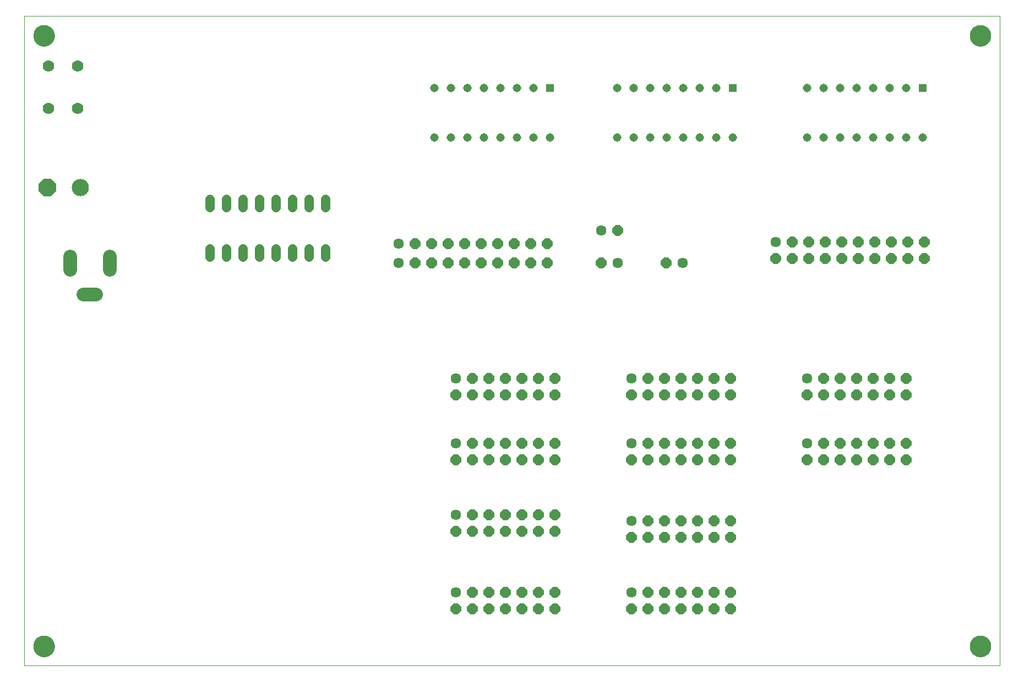
<source format=gbs>
G75*
%MOIN*%
%OFA0B0*%
%FSLAX25Y25*%
%IPPOS*%
%LPD*%
%AMOC8*
5,1,8,0,0,1.08239X$1,22.5*
%
%ADD10C,0.00000*%
%ADD11C,0.12998*%
%ADD12C,0.05600*%
%ADD13R,0.05156X0.05156*%
%ADD14C,0.05156*%
%ADD15C,0.10400*%
%ADD16OC8,0.10400*%
%ADD17C,0.07000*%
%ADD18C,0.08274*%
%ADD19C,0.06337*%
%ADD20OC8,0.06337*%
D10*
X0003630Y0001000D02*
X0003630Y0394701D01*
X0594181Y0394701D01*
X0594181Y0001000D01*
X0003630Y0001000D01*
X0009142Y0012811D02*
X0009144Y0012969D01*
X0009150Y0013127D01*
X0009160Y0013285D01*
X0009174Y0013443D01*
X0009192Y0013600D01*
X0009213Y0013757D01*
X0009239Y0013913D01*
X0009269Y0014069D01*
X0009302Y0014224D01*
X0009340Y0014377D01*
X0009381Y0014530D01*
X0009426Y0014682D01*
X0009475Y0014833D01*
X0009528Y0014982D01*
X0009584Y0015130D01*
X0009644Y0015276D01*
X0009708Y0015421D01*
X0009776Y0015564D01*
X0009847Y0015706D01*
X0009921Y0015846D01*
X0009999Y0015983D01*
X0010081Y0016119D01*
X0010165Y0016253D01*
X0010254Y0016384D01*
X0010345Y0016513D01*
X0010440Y0016640D01*
X0010537Y0016765D01*
X0010638Y0016887D01*
X0010742Y0017006D01*
X0010849Y0017123D01*
X0010959Y0017237D01*
X0011072Y0017348D01*
X0011187Y0017457D01*
X0011305Y0017562D01*
X0011426Y0017664D01*
X0011549Y0017764D01*
X0011675Y0017860D01*
X0011803Y0017953D01*
X0011933Y0018043D01*
X0012066Y0018129D01*
X0012201Y0018213D01*
X0012337Y0018292D01*
X0012476Y0018369D01*
X0012617Y0018441D01*
X0012759Y0018511D01*
X0012903Y0018576D01*
X0013049Y0018638D01*
X0013196Y0018696D01*
X0013345Y0018751D01*
X0013495Y0018802D01*
X0013646Y0018849D01*
X0013798Y0018892D01*
X0013951Y0018931D01*
X0014106Y0018967D01*
X0014261Y0018998D01*
X0014417Y0019026D01*
X0014573Y0019050D01*
X0014730Y0019070D01*
X0014888Y0019086D01*
X0015045Y0019098D01*
X0015204Y0019106D01*
X0015362Y0019110D01*
X0015520Y0019110D01*
X0015678Y0019106D01*
X0015837Y0019098D01*
X0015994Y0019086D01*
X0016152Y0019070D01*
X0016309Y0019050D01*
X0016465Y0019026D01*
X0016621Y0018998D01*
X0016776Y0018967D01*
X0016931Y0018931D01*
X0017084Y0018892D01*
X0017236Y0018849D01*
X0017387Y0018802D01*
X0017537Y0018751D01*
X0017686Y0018696D01*
X0017833Y0018638D01*
X0017979Y0018576D01*
X0018123Y0018511D01*
X0018265Y0018441D01*
X0018406Y0018369D01*
X0018545Y0018292D01*
X0018681Y0018213D01*
X0018816Y0018129D01*
X0018949Y0018043D01*
X0019079Y0017953D01*
X0019207Y0017860D01*
X0019333Y0017764D01*
X0019456Y0017664D01*
X0019577Y0017562D01*
X0019695Y0017457D01*
X0019810Y0017348D01*
X0019923Y0017237D01*
X0020033Y0017123D01*
X0020140Y0017006D01*
X0020244Y0016887D01*
X0020345Y0016765D01*
X0020442Y0016640D01*
X0020537Y0016513D01*
X0020628Y0016384D01*
X0020717Y0016253D01*
X0020801Y0016119D01*
X0020883Y0015983D01*
X0020961Y0015846D01*
X0021035Y0015706D01*
X0021106Y0015564D01*
X0021174Y0015421D01*
X0021238Y0015276D01*
X0021298Y0015130D01*
X0021354Y0014982D01*
X0021407Y0014833D01*
X0021456Y0014682D01*
X0021501Y0014530D01*
X0021542Y0014377D01*
X0021580Y0014224D01*
X0021613Y0014069D01*
X0021643Y0013913D01*
X0021669Y0013757D01*
X0021690Y0013600D01*
X0021708Y0013443D01*
X0021722Y0013285D01*
X0021732Y0013127D01*
X0021738Y0012969D01*
X0021740Y0012811D01*
X0021738Y0012653D01*
X0021732Y0012495D01*
X0021722Y0012337D01*
X0021708Y0012179D01*
X0021690Y0012022D01*
X0021669Y0011865D01*
X0021643Y0011709D01*
X0021613Y0011553D01*
X0021580Y0011398D01*
X0021542Y0011245D01*
X0021501Y0011092D01*
X0021456Y0010940D01*
X0021407Y0010789D01*
X0021354Y0010640D01*
X0021298Y0010492D01*
X0021238Y0010346D01*
X0021174Y0010201D01*
X0021106Y0010058D01*
X0021035Y0009916D01*
X0020961Y0009776D01*
X0020883Y0009639D01*
X0020801Y0009503D01*
X0020717Y0009369D01*
X0020628Y0009238D01*
X0020537Y0009109D01*
X0020442Y0008982D01*
X0020345Y0008857D01*
X0020244Y0008735D01*
X0020140Y0008616D01*
X0020033Y0008499D01*
X0019923Y0008385D01*
X0019810Y0008274D01*
X0019695Y0008165D01*
X0019577Y0008060D01*
X0019456Y0007958D01*
X0019333Y0007858D01*
X0019207Y0007762D01*
X0019079Y0007669D01*
X0018949Y0007579D01*
X0018816Y0007493D01*
X0018681Y0007409D01*
X0018545Y0007330D01*
X0018406Y0007253D01*
X0018265Y0007181D01*
X0018123Y0007111D01*
X0017979Y0007046D01*
X0017833Y0006984D01*
X0017686Y0006926D01*
X0017537Y0006871D01*
X0017387Y0006820D01*
X0017236Y0006773D01*
X0017084Y0006730D01*
X0016931Y0006691D01*
X0016776Y0006655D01*
X0016621Y0006624D01*
X0016465Y0006596D01*
X0016309Y0006572D01*
X0016152Y0006552D01*
X0015994Y0006536D01*
X0015837Y0006524D01*
X0015678Y0006516D01*
X0015520Y0006512D01*
X0015362Y0006512D01*
X0015204Y0006516D01*
X0015045Y0006524D01*
X0014888Y0006536D01*
X0014730Y0006552D01*
X0014573Y0006572D01*
X0014417Y0006596D01*
X0014261Y0006624D01*
X0014106Y0006655D01*
X0013951Y0006691D01*
X0013798Y0006730D01*
X0013646Y0006773D01*
X0013495Y0006820D01*
X0013345Y0006871D01*
X0013196Y0006926D01*
X0013049Y0006984D01*
X0012903Y0007046D01*
X0012759Y0007111D01*
X0012617Y0007181D01*
X0012476Y0007253D01*
X0012337Y0007330D01*
X0012201Y0007409D01*
X0012066Y0007493D01*
X0011933Y0007579D01*
X0011803Y0007669D01*
X0011675Y0007762D01*
X0011549Y0007858D01*
X0011426Y0007958D01*
X0011305Y0008060D01*
X0011187Y0008165D01*
X0011072Y0008274D01*
X0010959Y0008385D01*
X0010849Y0008499D01*
X0010742Y0008616D01*
X0010638Y0008735D01*
X0010537Y0008857D01*
X0010440Y0008982D01*
X0010345Y0009109D01*
X0010254Y0009238D01*
X0010165Y0009369D01*
X0010081Y0009503D01*
X0009999Y0009639D01*
X0009921Y0009776D01*
X0009847Y0009916D01*
X0009776Y0010058D01*
X0009708Y0010201D01*
X0009644Y0010346D01*
X0009584Y0010492D01*
X0009528Y0010640D01*
X0009475Y0010789D01*
X0009426Y0010940D01*
X0009381Y0011092D01*
X0009340Y0011245D01*
X0009302Y0011398D01*
X0009269Y0011553D01*
X0009239Y0011709D01*
X0009213Y0011865D01*
X0009192Y0012022D01*
X0009174Y0012179D01*
X0009160Y0012337D01*
X0009150Y0012495D01*
X0009144Y0012653D01*
X0009142Y0012811D01*
X0009142Y0382890D02*
X0009144Y0383048D01*
X0009150Y0383206D01*
X0009160Y0383364D01*
X0009174Y0383522D01*
X0009192Y0383679D01*
X0009213Y0383836D01*
X0009239Y0383992D01*
X0009269Y0384148D01*
X0009302Y0384303D01*
X0009340Y0384456D01*
X0009381Y0384609D01*
X0009426Y0384761D01*
X0009475Y0384912D01*
X0009528Y0385061D01*
X0009584Y0385209D01*
X0009644Y0385355D01*
X0009708Y0385500D01*
X0009776Y0385643D01*
X0009847Y0385785D01*
X0009921Y0385925D01*
X0009999Y0386062D01*
X0010081Y0386198D01*
X0010165Y0386332D01*
X0010254Y0386463D01*
X0010345Y0386592D01*
X0010440Y0386719D01*
X0010537Y0386844D01*
X0010638Y0386966D01*
X0010742Y0387085D01*
X0010849Y0387202D01*
X0010959Y0387316D01*
X0011072Y0387427D01*
X0011187Y0387536D01*
X0011305Y0387641D01*
X0011426Y0387743D01*
X0011549Y0387843D01*
X0011675Y0387939D01*
X0011803Y0388032D01*
X0011933Y0388122D01*
X0012066Y0388208D01*
X0012201Y0388292D01*
X0012337Y0388371D01*
X0012476Y0388448D01*
X0012617Y0388520D01*
X0012759Y0388590D01*
X0012903Y0388655D01*
X0013049Y0388717D01*
X0013196Y0388775D01*
X0013345Y0388830D01*
X0013495Y0388881D01*
X0013646Y0388928D01*
X0013798Y0388971D01*
X0013951Y0389010D01*
X0014106Y0389046D01*
X0014261Y0389077D01*
X0014417Y0389105D01*
X0014573Y0389129D01*
X0014730Y0389149D01*
X0014888Y0389165D01*
X0015045Y0389177D01*
X0015204Y0389185D01*
X0015362Y0389189D01*
X0015520Y0389189D01*
X0015678Y0389185D01*
X0015837Y0389177D01*
X0015994Y0389165D01*
X0016152Y0389149D01*
X0016309Y0389129D01*
X0016465Y0389105D01*
X0016621Y0389077D01*
X0016776Y0389046D01*
X0016931Y0389010D01*
X0017084Y0388971D01*
X0017236Y0388928D01*
X0017387Y0388881D01*
X0017537Y0388830D01*
X0017686Y0388775D01*
X0017833Y0388717D01*
X0017979Y0388655D01*
X0018123Y0388590D01*
X0018265Y0388520D01*
X0018406Y0388448D01*
X0018545Y0388371D01*
X0018681Y0388292D01*
X0018816Y0388208D01*
X0018949Y0388122D01*
X0019079Y0388032D01*
X0019207Y0387939D01*
X0019333Y0387843D01*
X0019456Y0387743D01*
X0019577Y0387641D01*
X0019695Y0387536D01*
X0019810Y0387427D01*
X0019923Y0387316D01*
X0020033Y0387202D01*
X0020140Y0387085D01*
X0020244Y0386966D01*
X0020345Y0386844D01*
X0020442Y0386719D01*
X0020537Y0386592D01*
X0020628Y0386463D01*
X0020717Y0386332D01*
X0020801Y0386198D01*
X0020883Y0386062D01*
X0020961Y0385925D01*
X0021035Y0385785D01*
X0021106Y0385643D01*
X0021174Y0385500D01*
X0021238Y0385355D01*
X0021298Y0385209D01*
X0021354Y0385061D01*
X0021407Y0384912D01*
X0021456Y0384761D01*
X0021501Y0384609D01*
X0021542Y0384456D01*
X0021580Y0384303D01*
X0021613Y0384148D01*
X0021643Y0383992D01*
X0021669Y0383836D01*
X0021690Y0383679D01*
X0021708Y0383522D01*
X0021722Y0383364D01*
X0021732Y0383206D01*
X0021738Y0383048D01*
X0021740Y0382890D01*
X0021738Y0382732D01*
X0021732Y0382574D01*
X0021722Y0382416D01*
X0021708Y0382258D01*
X0021690Y0382101D01*
X0021669Y0381944D01*
X0021643Y0381788D01*
X0021613Y0381632D01*
X0021580Y0381477D01*
X0021542Y0381324D01*
X0021501Y0381171D01*
X0021456Y0381019D01*
X0021407Y0380868D01*
X0021354Y0380719D01*
X0021298Y0380571D01*
X0021238Y0380425D01*
X0021174Y0380280D01*
X0021106Y0380137D01*
X0021035Y0379995D01*
X0020961Y0379855D01*
X0020883Y0379718D01*
X0020801Y0379582D01*
X0020717Y0379448D01*
X0020628Y0379317D01*
X0020537Y0379188D01*
X0020442Y0379061D01*
X0020345Y0378936D01*
X0020244Y0378814D01*
X0020140Y0378695D01*
X0020033Y0378578D01*
X0019923Y0378464D01*
X0019810Y0378353D01*
X0019695Y0378244D01*
X0019577Y0378139D01*
X0019456Y0378037D01*
X0019333Y0377937D01*
X0019207Y0377841D01*
X0019079Y0377748D01*
X0018949Y0377658D01*
X0018816Y0377572D01*
X0018681Y0377488D01*
X0018545Y0377409D01*
X0018406Y0377332D01*
X0018265Y0377260D01*
X0018123Y0377190D01*
X0017979Y0377125D01*
X0017833Y0377063D01*
X0017686Y0377005D01*
X0017537Y0376950D01*
X0017387Y0376899D01*
X0017236Y0376852D01*
X0017084Y0376809D01*
X0016931Y0376770D01*
X0016776Y0376734D01*
X0016621Y0376703D01*
X0016465Y0376675D01*
X0016309Y0376651D01*
X0016152Y0376631D01*
X0015994Y0376615D01*
X0015837Y0376603D01*
X0015678Y0376595D01*
X0015520Y0376591D01*
X0015362Y0376591D01*
X0015204Y0376595D01*
X0015045Y0376603D01*
X0014888Y0376615D01*
X0014730Y0376631D01*
X0014573Y0376651D01*
X0014417Y0376675D01*
X0014261Y0376703D01*
X0014106Y0376734D01*
X0013951Y0376770D01*
X0013798Y0376809D01*
X0013646Y0376852D01*
X0013495Y0376899D01*
X0013345Y0376950D01*
X0013196Y0377005D01*
X0013049Y0377063D01*
X0012903Y0377125D01*
X0012759Y0377190D01*
X0012617Y0377260D01*
X0012476Y0377332D01*
X0012337Y0377409D01*
X0012201Y0377488D01*
X0012066Y0377572D01*
X0011933Y0377658D01*
X0011803Y0377748D01*
X0011675Y0377841D01*
X0011549Y0377937D01*
X0011426Y0378037D01*
X0011305Y0378139D01*
X0011187Y0378244D01*
X0011072Y0378353D01*
X0010959Y0378464D01*
X0010849Y0378578D01*
X0010742Y0378695D01*
X0010638Y0378814D01*
X0010537Y0378936D01*
X0010440Y0379061D01*
X0010345Y0379188D01*
X0010254Y0379317D01*
X0010165Y0379448D01*
X0010081Y0379582D01*
X0009999Y0379718D01*
X0009921Y0379855D01*
X0009847Y0379995D01*
X0009776Y0380137D01*
X0009708Y0380280D01*
X0009644Y0380425D01*
X0009584Y0380571D01*
X0009528Y0380719D01*
X0009475Y0380868D01*
X0009426Y0381019D01*
X0009381Y0381171D01*
X0009340Y0381324D01*
X0009302Y0381477D01*
X0009269Y0381632D01*
X0009239Y0381788D01*
X0009213Y0381944D01*
X0009192Y0382101D01*
X0009174Y0382258D01*
X0009160Y0382416D01*
X0009150Y0382574D01*
X0009144Y0382732D01*
X0009142Y0382890D01*
X0576071Y0382890D02*
X0576073Y0383048D01*
X0576079Y0383206D01*
X0576089Y0383364D01*
X0576103Y0383522D01*
X0576121Y0383679D01*
X0576142Y0383836D01*
X0576168Y0383992D01*
X0576198Y0384148D01*
X0576231Y0384303D01*
X0576269Y0384456D01*
X0576310Y0384609D01*
X0576355Y0384761D01*
X0576404Y0384912D01*
X0576457Y0385061D01*
X0576513Y0385209D01*
X0576573Y0385355D01*
X0576637Y0385500D01*
X0576705Y0385643D01*
X0576776Y0385785D01*
X0576850Y0385925D01*
X0576928Y0386062D01*
X0577010Y0386198D01*
X0577094Y0386332D01*
X0577183Y0386463D01*
X0577274Y0386592D01*
X0577369Y0386719D01*
X0577466Y0386844D01*
X0577567Y0386966D01*
X0577671Y0387085D01*
X0577778Y0387202D01*
X0577888Y0387316D01*
X0578001Y0387427D01*
X0578116Y0387536D01*
X0578234Y0387641D01*
X0578355Y0387743D01*
X0578478Y0387843D01*
X0578604Y0387939D01*
X0578732Y0388032D01*
X0578862Y0388122D01*
X0578995Y0388208D01*
X0579130Y0388292D01*
X0579266Y0388371D01*
X0579405Y0388448D01*
X0579546Y0388520D01*
X0579688Y0388590D01*
X0579832Y0388655D01*
X0579978Y0388717D01*
X0580125Y0388775D01*
X0580274Y0388830D01*
X0580424Y0388881D01*
X0580575Y0388928D01*
X0580727Y0388971D01*
X0580880Y0389010D01*
X0581035Y0389046D01*
X0581190Y0389077D01*
X0581346Y0389105D01*
X0581502Y0389129D01*
X0581659Y0389149D01*
X0581817Y0389165D01*
X0581974Y0389177D01*
X0582133Y0389185D01*
X0582291Y0389189D01*
X0582449Y0389189D01*
X0582607Y0389185D01*
X0582766Y0389177D01*
X0582923Y0389165D01*
X0583081Y0389149D01*
X0583238Y0389129D01*
X0583394Y0389105D01*
X0583550Y0389077D01*
X0583705Y0389046D01*
X0583860Y0389010D01*
X0584013Y0388971D01*
X0584165Y0388928D01*
X0584316Y0388881D01*
X0584466Y0388830D01*
X0584615Y0388775D01*
X0584762Y0388717D01*
X0584908Y0388655D01*
X0585052Y0388590D01*
X0585194Y0388520D01*
X0585335Y0388448D01*
X0585474Y0388371D01*
X0585610Y0388292D01*
X0585745Y0388208D01*
X0585878Y0388122D01*
X0586008Y0388032D01*
X0586136Y0387939D01*
X0586262Y0387843D01*
X0586385Y0387743D01*
X0586506Y0387641D01*
X0586624Y0387536D01*
X0586739Y0387427D01*
X0586852Y0387316D01*
X0586962Y0387202D01*
X0587069Y0387085D01*
X0587173Y0386966D01*
X0587274Y0386844D01*
X0587371Y0386719D01*
X0587466Y0386592D01*
X0587557Y0386463D01*
X0587646Y0386332D01*
X0587730Y0386198D01*
X0587812Y0386062D01*
X0587890Y0385925D01*
X0587964Y0385785D01*
X0588035Y0385643D01*
X0588103Y0385500D01*
X0588167Y0385355D01*
X0588227Y0385209D01*
X0588283Y0385061D01*
X0588336Y0384912D01*
X0588385Y0384761D01*
X0588430Y0384609D01*
X0588471Y0384456D01*
X0588509Y0384303D01*
X0588542Y0384148D01*
X0588572Y0383992D01*
X0588598Y0383836D01*
X0588619Y0383679D01*
X0588637Y0383522D01*
X0588651Y0383364D01*
X0588661Y0383206D01*
X0588667Y0383048D01*
X0588669Y0382890D01*
X0588667Y0382732D01*
X0588661Y0382574D01*
X0588651Y0382416D01*
X0588637Y0382258D01*
X0588619Y0382101D01*
X0588598Y0381944D01*
X0588572Y0381788D01*
X0588542Y0381632D01*
X0588509Y0381477D01*
X0588471Y0381324D01*
X0588430Y0381171D01*
X0588385Y0381019D01*
X0588336Y0380868D01*
X0588283Y0380719D01*
X0588227Y0380571D01*
X0588167Y0380425D01*
X0588103Y0380280D01*
X0588035Y0380137D01*
X0587964Y0379995D01*
X0587890Y0379855D01*
X0587812Y0379718D01*
X0587730Y0379582D01*
X0587646Y0379448D01*
X0587557Y0379317D01*
X0587466Y0379188D01*
X0587371Y0379061D01*
X0587274Y0378936D01*
X0587173Y0378814D01*
X0587069Y0378695D01*
X0586962Y0378578D01*
X0586852Y0378464D01*
X0586739Y0378353D01*
X0586624Y0378244D01*
X0586506Y0378139D01*
X0586385Y0378037D01*
X0586262Y0377937D01*
X0586136Y0377841D01*
X0586008Y0377748D01*
X0585878Y0377658D01*
X0585745Y0377572D01*
X0585610Y0377488D01*
X0585474Y0377409D01*
X0585335Y0377332D01*
X0585194Y0377260D01*
X0585052Y0377190D01*
X0584908Y0377125D01*
X0584762Y0377063D01*
X0584615Y0377005D01*
X0584466Y0376950D01*
X0584316Y0376899D01*
X0584165Y0376852D01*
X0584013Y0376809D01*
X0583860Y0376770D01*
X0583705Y0376734D01*
X0583550Y0376703D01*
X0583394Y0376675D01*
X0583238Y0376651D01*
X0583081Y0376631D01*
X0582923Y0376615D01*
X0582766Y0376603D01*
X0582607Y0376595D01*
X0582449Y0376591D01*
X0582291Y0376591D01*
X0582133Y0376595D01*
X0581974Y0376603D01*
X0581817Y0376615D01*
X0581659Y0376631D01*
X0581502Y0376651D01*
X0581346Y0376675D01*
X0581190Y0376703D01*
X0581035Y0376734D01*
X0580880Y0376770D01*
X0580727Y0376809D01*
X0580575Y0376852D01*
X0580424Y0376899D01*
X0580274Y0376950D01*
X0580125Y0377005D01*
X0579978Y0377063D01*
X0579832Y0377125D01*
X0579688Y0377190D01*
X0579546Y0377260D01*
X0579405Y0377332D01*
X0579266Y0377409D01*
X0579130Y0377488D01*
X0578995Y0377572D01*
X0578862Y0377658D01*
X0578732Y0377748D01*
X0578604Y0377841D01*
X0578478Y0377937D01*
X0578355Y0378037D01*
X0578234Y0378139D01*
X0578116Y0378244D01*
X0578001Y0378353D01*
X0577888Y0378464D01*
X0577778Y0378578D01*
X0577671Y0378695D01*
X0577567Y0378814D01*
X0577466Y0378936D01*
X0577369Y0379061D01*
X0577274Y0379188D01*
X0577183Y0379317D01*
X0577094Y0379448D01*
X0577010Y0379582D01*
X0576928Y0379718D01*
X0576850Y0379855D01*
X0576776Y0379995D01*
X0576705Y0380137D01*
X0576637Y0380280D01*
X0576573Y0380425D01*
X0576513Y0380571D01*
X0576457Y0380719D01*
X0576404Y0380868D01*
X0576355Y0381019D01*
X0576310Y0381171D01*
X0576269Y0381324D01*
X0576231Y0381477D01*
X0576198Y0381632D01*
X0576168Y0381788D01*
X0576142Y0381944D01*
X0576121Y0382101D01*
X0576103Y0382258D01*
X0576089Y0382416D01*
X0576079Y0382574D01*
X0576073Y0382732D01*
X0576071Y0382890D01*
X0576071Y0012811D02*
X0576073Y0012969D01*
X0576079Y0013127D01*
X0576089Y0013285D01*
X0576103Y0013443D01*
X0576121Y0013600D01*
X0576142Y0013757D01*
X0576168Y0013913D01*
X0576198Y0014069D01*
X0576231Y0014224D01*
X0576269Y0014377D01*
X0576310Y0014530D01*
X0576355Y0014682D01*
X0576404Y0014833D01*
X0576457Y0014982D01*
X0576513Y0015130D01*
X0576573Y0015276D01*
X0576637Y0015421D01*
X0576705Y0015564D01*
X0576776Y0015706D01*
X0576850Y0015846D01*
X0576928Y0015983D01*
X0577010Y0016119D01*
X0577094Y0016253D01*
X0577183Y0016384D01*
X0577274Y0016513D01*
X0577369Y0016640D01*
X0577466Y0016765D01*
X0577567Y0016887D01*
X0577671Y0017006D01*
X0577778Y0017123D01*
X0577888Y0017237D01*
X0578001Y0017348D01*
X0578116Y0017457D01*
X0578234Y0017562D01*
X0578355Y0017664D01*
X0578478Y0017764D01*
X0578604Y0017860D01*
X0578732Y0017953D01*
X0578862Y0018043D01*
X0578995Y0018129D01*
X0579130Y0018213D01*
X0579266Y0018292D01*
X0579405Y0018369D01*
X0579546Y0018441D01*
X0579688Y0018511D01*
X0579832Y0018576D01*
X0579978Y0018638D01*
X0580125Y0018696D01*
X0580274Y0018751D01*
X0580424Y0018802D01*
X0580575Y0018849D01*
X0580727Y0018892D01*
X0580880Y0018931D01*
X0581035Y0018967D01*
X0581190Y0018998D01*
X0581346Y0019026D01*
X0581502Y0019050D01*
X0581659Y0019070D01*
X0581817Y0019086D01*
X0581974Y0019098D01*
X0582133Y0019106D01*
X0582291Y0019110D01*
X0582449Y0019110D01*
X0582607Y0019106D01*
X0582766Y0019098D01*
X0582923Y0019086D01*
X0583081Y0019070D01*
X0583238Y0019050D01*
X0583394Y0019026D01*
X0583550Y0018998D01*
X0583705Y0018967D01*
X0583860Y0018931D01*
X0584013Y0018892D01*
X0584165Y0018849D01*
X0584316Y0018802D01*
X0584466Y0018751D01*
X0584615Y0018696D01*
X0584762Y0018638D01*
X0584908Y0018576D01*
X0585052Y0018511D01*
X0585194Y0018441D01*
X0585335Y0018369D01*
X0585474Y0018292D01*
X0585610Y0018213D01*
X0585745Y0018129D01*
X0585878Y0018043D01*
X0586008Y0017953D01*
X0586136Y0017860D01*
X0586262Y0017764D01*
X0586385Y0017664D01*
X0586506Y0017562D01*
X0586624Y0017457D01*
X0586739Y0017348D01*
X0586852Y0017237D01*
X0586962Y0017123D01*
X0587069Y0017006D01*
X0587173Y0016887D01*
X0587274Y0016765D01*
X0587371Y0016640D01*
X0587466Y0016513D01*
X0587557Y0016384D01*
X0587646Y0016253D01*
X0587730Y0016119D01*
X0587812Y0015983D01*
X0587890Y0015846D01*
X0587964Y0015706D01*
X0588035Y0015564D01*
X0588103Y0015421D01*
X0588167Y0015276D01*
X0588227Y0015130D01*
X0588283Y0014982D01*
X0588336Y0014833D01*
X0588385Y0014682D01*
X0588430Y0014530D01*
X0588471Y0014377D01*
X0588509Y0014224D01*
X0588542Y0014069D01*
X0588572Y0013913D01*
X0588598Y0013757D01*
X0588619Y0013600D01*
X0588637Y0013443D01*
X0588651Y0013285D01*
X0588661Y0013127D01*
X0588667Y0012969D01*
X0588669Y0012811D01*
X0588667Y0012653D01*
X0588661Y0012495D01*
X0588651Y0012337D01*
X0588637Y0012179D01*
X0588619Y0012022D01*
X0588598Y0011865D01*
X0588572Y0011709D01*
X0588542Y0011553D01*
X0588509Y0011398D01*
X0588471Y0011245D01*
X0588430Y0011092D01*
X0588385Y0010940D01*
X0588336Y0010789D01*
X0588283Y0010640D01*
X0588227Y0010492D01*
X0588167Y0010346D01*
X0588103Y0010201D01*
X0588035Y0010058D01*
X0587964Y0009916D01*
X0587890Y0009776D01*
X0587812Y0009639D01*
X0587730Y0009503D01*
X0587646Y0009369D01*
X0587557Y0009238D01*
X0587466Y0009109D01*
X0587371Y0008982D01*
X0587274Y0008857D01*
X0587173Y0008735D01*
X0587069Y0008616D01*
X0586962Y0008499D01*
X0586852Y0008385D01*
X0586739Y0008274D01*
X0586624Y0008165D01*
X0586506Y0008060D01*
X0586385Y0007958D01*
X0586262Y0007858D01*
X0586136Y0007762D01*
X0586008Y0007669D01*
X0585878Y0007579D01*
X0585745Y0007493D01*
X0585610Y0007409D01*
X0585474Y0007330D01*
X0585335Y0007253D01*
X0585194Y0007181D01*
X0585052Y0007111D01*
X0584908Y0007046D01*
X0584762Y0006984D01*
X0584615Y0006926D01*
X0584466Y0006871D01*
X0584316Y0006820D01*
X0584165Y0006773D01*
X0584013Y0006730D01*
X0583860Y0006691D01*
X0583705Y0006655D01*
X0583550Y0006624D01*
X0583394Y0006596D01*
X0583238Y0006572D01*
X0583081Y0006552D01*
X0582923Y0006536D01*
X0582766Y0006524D01*
X0582607Y0006516D01*
X0582449Y0006512D01*
X0582291Y0006512D01*
X0582133Y0006516D01*
X0581974Y0006524D01*
X0581817Y0006536D01*
X0581659Y0006552D01*
X0581502Y0006572D01*
X0581346Y0006596D01*
X0581190Y0006624D01*
X0581035Y0006655D01*
X0580880Y0006691D01*
X0580727Y0006730D01*
X0580575Y0006773D01*
X0580424Y0006820D01*
X0580274Y0006871D01*
X0580125Y0006926D01*
X0579978Y0006984D01*
X0579832Y0007046D01*
X0579688Y0007111D01*
X0579546Y0007181D01*
X0579405Y0007253D01*
X0579266Y0007330D01*
X0579130Y0007409D01*
X0578995Y0007493D01*
X0578862Y0007579D01*
X0578732Y0007669D01*
X0578604Y0007762D01*
X0578478Y0007858D01*
X0578355Y0007958D01*
X0578234Y0008060D01*
X0578116Y0008165D01*
X0578001Y0008274D01*
X0577888Y0008385D01*
X0577778Y0008499D01*
X0577671Y0008616D01*
X0577567Y0008735D01*
X0577466Y0008857D01*
X0577369Y0008982D01*
X0577274Y0009109D01*
X0577183Y0009238D01*
X0577094Y0009369D01*
X0577010Y0009503D01*
X0576928Y0009639D01*
X0576850Y0009776D01*
X0576776Y0009916D01*
X0576705Y0010058D01*
X0576637Y0010201D01*
X0576573Y0010346D01*
X0576513Y0010492D01*
X0576457Y0010640D01*
X0576404Y0010789D01*
X0576355Y0010940D01*
X0576310Y0011092D01*
X0576269Y0011245D01*
X0576231Y0011398D01*
X0576198Y0011553D01*
X0576168Y0011709D01*
X0576142Y0011865D01*
X0576121Y0012022D01*
X0576103Y0012179D01*
X0576089Y0012337D01*
X0576079Y0012495D01*
X0576073Y0012653D01*
X0576071Y0012811D01*
D11*
X0582370Y0012811D03*
X0582370Y0382890D03*
X0015441Y0382890D03*
X0015441Y0012811D03*
D12*
X0115874Y0248715D02*
X0115874Y0253915D01*
X0125874Y0253915D02*
X0125874Y0248715D01*
X0135874Y0248715D02*
X0135874Y0253915D01*
X0145874Y0253915D02*
X0145874Y0248715D01*
X0155874Y0248715D02*
X0155874Y0253915D01*
X0165874Y0253915D02*
X0165874Y0248715D01*
X0175874Y0248715D02*
X0175874Y0253915D01*
X0185874Y0253915D02*
X0185874Y0248715D01*
X0185874Y0278715D02*
X0185874Y0283915D01*
X0175874Y0283915D02*
X0175874Y0278715D01*
X0165874Y0278715D02*
X0165874Y0283915D01*
X0155874Y0283915D02*
X0155874Y0278715D01*
X0145874Y0278715D02*
X0145874Y0283915D01*
X0135874Y0283915D02*
X0135874Y0278715D01*
X0125874Y0278715D02*
X0125874Y0283915D01*
X0115874Y0283915D02*
X0115874Y0278715D01*
D13*
X0321937Y0351000D03*
X0432685Y0351000D03*
X0547370Y0351000D03*
D14*
X0537370Y0351000D03*
X0527370Y0351000D03*
X0517370Y0351000D03*
X0507370Y0351000D03*
X0497370Y0351000D03*
X0487370Y0351000D03*
X0477370Y0351000D03*
X0477370Y0321000D03*
X0487370Y0321000D03*
X0497370Y0321000D03*
X0507370Y0321000D03*
X0517370Y0321000D03*
X0527370Y0321000D03*
X0537370Y0321000D03*
X0547370Y0321000D03*
X0432685Y0321000D03*
X0422685Y0321000D03*
X0412685Y0321000D03*
X0402685Y0321000D03*
X0392685Y0321000D03*
X0382685Y0321000D03*
X0372685Y0321000D03*
X0362685Y0321000D03*
X0321937Y0321000D03*
X0311937Y0321000D03*
X0301937Y0321000D03*
X0291937Y0321000D03*
X0281937Y0321000D03*
X0271937Y0321000D03*
X0261937Y0321000D03*
X0251937Y0321000D03*
X0251937Y0351000D03*
X0261937Y0351000D03*
X0271937Y0351000D03*
X0281937Y0351000D03*
X0291937Y0351000D03*
X0301937Y0351000D03*
X0311937Y0351000D03*
X0362685Y0351000D03*
X0372685Y0351000D03*
X0382685Y0351000D03*
X0392685Y0351000D03*
X0402685Y0351000D03*
X0412685Y0351000D03*
X0422685Y0351000D03*
D15*
X0037606Y0290961D03*
D16*
X0017606Y0290961D03*
D17*
X0018052Y0338931D03*
X0035852Y0338931D03*
X0035852Y0364531D03*
X0018052Y0364531D03*
D18*
X0031189Y0249031D02*
X0031189Y0241157D01*
X0039063Y0226197D02*
X0046937Y0226197D01*
X0055205Y0241157D02*
X0055205Y0249031D01*
D19*
X0230283Y0245094D03*
X0230283Y0256906D03*
X0264969Y0175291D03*
X0264969Y0135921D03*
X0264969Y0092614D03*
X0264969Y0045370D03*
X0371268Y0045370D03*
X0371268Y0088677D03*
X0371268Y0135921D03*
X0371268Y0175291D03*
X0362961Y0245094D03*
X0352961Y0264780D03*
X0402331Y0245094D03*
X0458630Y0257969D03*
X0477567Y0175291D03*
X0477567Y0135921D03*
D20*
X0487567Y0135921D03*
X0497567Y0135921D03*
X0507567Y0135921D03*
X0517567Y0135921D03*
X0527567Y0135921D03*
X0537567Y0135921D03*
X0537567Y0125921D03*
X0527567Y0125921D03*
X0517567Y0125921D03*
X0507567Y0125921D03*
X0497567Y0125921D03*
X0487567Y0125921D03*
X0477567Y0125921D03*
X0431268Y0125921D03*
X0421268Y0125921D03*
X0411268Y0125921D03*
X0401268Y0125921D03*
X0391268Y0125921D03*
X0381268Y0125921D03*
X0371268Y0125921D03*
X0381268Y0135921D03*
X0391268Y0135921D03*
X0401268Y0135921D03*
X0411268Y0135921D03*
X0421268Y0135921D03*
X0431268Y0135921D03*
X0431268Y0165291D03*
X0421268Y0165291D03*
X0411268Y0165291D03*
X0401268Y0165291D03*
X0391268Y0165291D03*
X0381268Y0165291D03*
X0371268Y0165291D03*
X0381268Y0175291D03*
X0391268Y0175291D03*
X0401268Y0175291D03*
X0411268Y0175291D03*
X0421268Y0175291D03*
X0431268Y0175291D03*
X0477567Y0165291D03*
X0487567Y0165291D03*
X0497567Y0165291D03*
X0507567Y0165291D03*
X0517567Y0165291D03*
X0527567Y0165291D03*
X0537567Y0165291D03*
X0537567Y0175291D03*
X0527567Y0175291D03*
X0517567Y0175291D03*
X0507567Y0175291D03*
X0497567Y0175291D03*
X0487567Y0175291D03*
X0392331Y0245094D03*
X0362961Y0264780D03*
X0352961Y0245094D03*
X0320283Y0245094D03*
X0310283Y0245094D03*
X0300283Y0245094D03*
X0290283Y0245094D03*
X0280283Y0245094D03*
X0270283Y0245094D03*
X0260283Y0245094D03*
X0250283Y0245094D03*
X0240283Y0245094D03*
X0240283Y0256906D03*
X0250283Y0256906D03*
X0260283Y0256906D03*
X0270283Y0256906D03*
X0280283Y0256906D03*
X0290283Y0256906D03*
X0300283Y0256906D03*
X0310283Y0256906D03*
X0320283Y0256906D03*
X0324969Y0175291D03*
X0314969Y0175291D03*
X0304969Y0175291D03*
X0294969Y0175291D03*
X0284969Y0175291D03*
X0274969Y0175291D03*
X0274969Y0165291D03*
X0284969Y0165291D03*
X0294969Y0165291D03*
X0304969Y0165291D03*
X0314969Y0165291D03*
X0324969Y0165291D03*
X0324969Y0135921D03*
X0314969Y0135921D03*
X0304969Y0135921D03*
X0294969Y0135921D03*
X0284969Y0135921D03*
X0274969Y0135921D03*
X0274969Y0125921D03*
X0284969Y0125921D03*
X0294969Y0125921D03*
X0304969Y0125921D03*
X0314969Y0125921D03*
X0324969Y0125921D03*
X0324969Y0092614D03*
X0314969Y0092614D03*
X0304969Y0092614D03*
X0294969Y0092614D03*
X0284969Y0092614D03*
X0274969Y0092614D03*
X0274969Y0082614D03*
X0284969Y0082614D03*
X0294969Y0082614D03*
X0304969Y0082614D03*
X0314969Y0082614D03*
X0324969Y0082614D03*
X0371268Y0078677D03*
X0381268Y0078677D03*
X0391268Y0078677D03*
X0401268Y0078677D03*
X0411268Y0078677D03*
X0421268Y0078677D03*
X0431268Y0078677D03*
X0431268Y0088677D03*
X0421268Y0088677D03*
X0411268Y0088677D03*
X0401268Y0088677D03*
X0391268Y0088677D03*
X0381268Y0088677D03*
X0381268Y0045370D03*
X0391268Y0045370D03*
X0401268Y0045370D03*
X0411268Y0045370D03*
X0421268Y0045370D03*
X0431268Y0045370D03*
X0431268Y0035370D03*
X0421268Y0035370D03*
X0411268Y0035370D03*
X0401268Y0035370D03*
X0391268Y0035370D03*
X0381268Y0035370D03*
X0371268Y0035370D03*
X0324969Y0035370D03*
X0314969Y0035370D03*
X0304969Y0035370D03*
X0294969Y0035370D03*
X0284969Y0035370D03*
X0274969Y0035370D03*
X0264969Y0035370D03*
X0274969Y0045370D03*
X0284969Y0045370D03*
X0294969Y0045370D03*
X0304969Y0045370D03*
X0314969Y0045370D03*
X0324969Y0045370D03*
X0264969Y0082614D03*
X0264969Y0125921D03*
X0264969Y0165291D03*
X0458630Y0247969D03*
X0468630Y0247969D03*
X0468630Y0257969D03*
X0478630Y0257969D03*
X0488630Y0257969D03*
X0498630Y0257969D03*
X0508630Y0257969D03*
X0518630Y0257969D03*
X0528630Y0257969D03*
X0538630Y0257969D03*
X0548630Y0257969D03*
X0548630Y0247969D03*
X0538630Y0247969D03*
X0528630Y0247969D03*
X0518630Y0247969D03*
X0508630Y0247969D03*
X0498630Y0247969D03*
X0488630Y0247969D03*
X0478630Y0247969D03*
M02*

</source>
